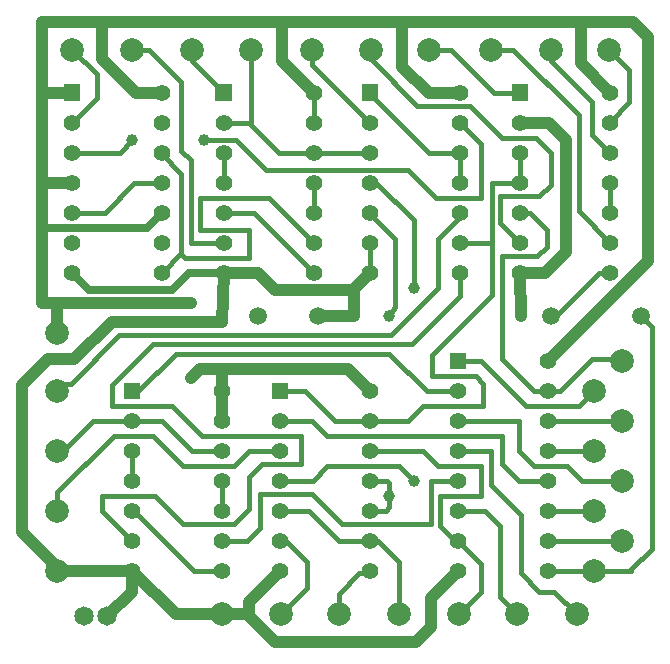
<source format=gbr>
%FSLAX34Y34*%
%MOMM*%
%LNCOPPER_BOTTOM*%
G71*
G01*
%ADD10C,1.400*%
%ADD11C,1.500*%
%ADD12C,2.000*%
%ADD13C,1.000*%
%ADD14C,1.000*%
%ADD15C,0.700*%
%ADD16C,0.400*%
%ADD17C,1.640*%
%LPD*%
G36*
X57234Y486629D02*
X57234Y472629D01*
X43234Y472629D01*
X43234Y486629D01*
X57234Y486629D01*
G37*
X50234Y454229D02*
G54D10*
D03*
X50234Y428829D02*
G54D10*
D03*
X50234Y403429D02*
G54D10*
D03*
X50234Y378029D02*
G54D10*
D03*
X50234Y352629D02*
G54D10*
D03*
X50234Y327229D02*
G54D10*
D03*
X126434Y327229D02*
G54D10*
D03*
X126434Y352629D02*
G54D10*
D03*
X126434Y378029D02*
G54D10*
D03*
X126434Y403429D02*
G54D10*
D03*
X126434Y428829D02*
G54D10*
D03*
X126434Y454229D02*
G54D10*
D03*
X126434Y479629D02*
G54D10*
D03*
G36*
X185822Y486629D02*
X185822Y472629D01*
X171822Y472629D01*
X171822Y486629D01*
X185822Y486629D01*
G37*
X178822Y454229D02*
G54D10*
D03*
X178822Y428829D02*
G54D10*
D03*
X178822Y403429D02*
G54D10*
D03*
X178822Y378029D02*
G54D10*
D03*
X178822Y352629D02*
G54D10*
D03*
X178822Y327229D02*
G54D10*
D03*
X255022Y327229D02*
G54D10*
D03*
X255022Y352629D02*
G54D10*
D03*
X255022Y378029D02*
G54D10*
D03*
X255022Y403429D02*
G54D10*
D03*
X255022Y428829D02*
G54D10*
D03*
X255022Y454229D02*
G54D10*
D03*
X255022Y479629D02*
G54D10*
D03*
G36*
X309647Y486629D02*
X309647Y472629D01*
X295647Y472629D01*
X295647Y486629D01*
X309647Y486629D01*
G37*
X302647Y454229D02*
G54D10*
D03*
X302647Y428829D02*
G54D10*
D03*
X302647Y403429D02*
G54D10*
D03*
X302647Y378029D02*
G54D10*
D03*
X302647Y352629D02*
G54D10*
D03*
X302647Y327229D02*
G54D10*
D03*
X378847Y327229D02*
G54D10*
D03*
X378847Y352629D02*
G54D10*
D03*
X378847Y378029D02*
G54D10*
D03*
X378847Y403429D02*
G54D10*
D03*
X378847Y428829D02*
G54D10*
D03*
X378847Y454229D02*
G54D10*
D03*
X378847Y479629D02*
G54D10*
D03*
G36*
X436647Y486629D02*
X436647Y472629D01*
X422647Y472629D01*
X422647Y486629D01*
X436647Y486629D01*
G37*
X429647Y454229D02*
G54D10*
D03*
X429647Y428829D02*
G54D10*
D03*
X429647Y403429D02*
G54D10*
D03*
X429647Y378029D02*
G54D10*
D03*
X429647Y352629D02*
G54D10*
D03*
X429647Y327229D02*
G54D10*
D03*
X505847Y327229D02*
G54D10*
D03*
X505847Y352629D02*
G54D10*
D03*
X505847Y378029D02*
G54D10*
D03*
X505847Y403429D02*
G54D10*
D03*
X505847Y428829D02*
G54D10*
D03*
X505847Y454229D02*
G54D10*
D03*
X505847Y479629D02*
G54D10*
D03*
G36*
X108034Y234217D02*
X108034Y220217D01*
X94034Y220217D01*
X94034Y234217D01*
X108034Y234217D01*
G37*
X101034Y201817D02*
G54D10*
D03*
X101034Y176417D02*
G54D10*
D03*
X101034Y151017D02*
G54D10*
D03*
X101034Y125617D02*
G54D10*
D03*
X101034Y100217D02*
G54D10*
D03*
X101034Y74817D02*
G54D10*
D03*
X177234Y74817D02*
G54D10*
D03*
X177234Y100217D02*
G54D10*
D03*
X177234Y125617D02*
G54D10*
D03*
X177234Y151017D02*
G54D10*
D03*
X177234Y176417D02*
G54D10*
D03*
X177234Y201817D02*
G54D10*
D03*
X177234Y227217D02*
G54D10*
D03*
G36*
X233447Y234217D02*
X233447Y220217D01*
X219447Y220217D01*
X219447Y234217D01*
X233447Y234217D01*
G37*
X226447Y201817D02*
G54D10*
D03*
X226447Y176417D02*
G54D10*
D03*
X226447Y151017D02*
G54D10*
D03*
X226447Y125617D02*
G54D10*
D03*
X226447Y100217D02*
G54D10*
D03*
X226447Y74817D02*
G54D10*
D03*
X302647Y74817D02*
G54D10*
D03*
X302647Y100217D02*
G54D10*
D03*
X302647Y125617D02*
G54D10*
D03*
X302647Y151017D02*
G54D10*
D03*
X302647Y176417D02*
G54D10*
D03*
X302647Y201817D02*
G54D10*
D03*
X302647Y227217D02*
G54D10*
D03*
G36*
X384259Y259617D02*
X384259Y245617D01*
X370259Y245617D01*
X370259Y259617D01*
X384259Y259617D01*
G37*
X377259Y227217D02*
G54D10*
D03*
X377259Y201817D02*
G54D10*
D03*
X377259Y176417D02*
G54D10*
D03*
X377259Y151017D02*
G54D10*
D03*
X377259Y125617D02*
G54D10*
D03*
X377259Y100217D02*
G54D10*
D03*
X377259Y74817D02*
G54D10*
D03*
X453459Y74817D02*
G54D10*
D03*
X453459Y100217D02*
G54D10*
D03*
X453459Y125617D02*
G54D10*
D03*
X453459Y151017D02*
G54D10*
D03*
X453459Y176417D02*
G54D10*
D03*
X453459Y201817D02*
G54D10*
D03*
X453459Y227217D02*
G54D10*
D03*
X453459Y252617D02*
G54D10*
D03*
X455612Y290513D02*
G54D11*
D03*
X531812Y290513D02*
G54D11*
D03*
X50800Y515938D02*
G54D12*
D03*
X101600Y515938D02*
G54D12*
D03*
X152400Y515938D02*
G54D12*
D03*
X201612Y515938D02*
G54D12*
D03*
X254000Y515938D02*
G54D12*
D03*
X303212Y515938D02*
G54D12*
D03*
X352425Y515938D02*
G54D12*
D03*
X404812Y515938D02*
G54D12*
D03*
X455612Y515938D02*
G54D12*
D03*
X504825Y515938D02*
G54D12*
D03*
X515938Y252412D02*
G54D12*
D03*
X492125Y227012D02*
G54D12*
D03*
X515938Y201612D02*
G54D12*
D03*
X492125Y176212D02*
G54D12*
D03*
X515938Y150812D02*
G54D12*
D03*
X492125Y125412D02*
G54D12*
D03*
X515938Y100012D02*
G54D12*
D03*
X492125Y74612D02*
G54D12*
D03*
X477838Y38100D02*
G54D12*
D03*
X427038Y38100D02*
G54D12*
D03*
X377825Y38100D02*
G54D12*
D03*
X327025Y38100D02*
G54D12*
D03*
X276225Y38100D02*
G54D12*
D03*
X227012Y38100D02*
G54D12*
D03*
X177800Y38100D02*
G54D12*
D03*
X38100Y74612D02*
G54D12*
D03*
X38100Y125412D02*
G54D12*
D03*
X38100Y176212D02*
G54D12*
D03*
X38100Y227012D02*
G54D12*
D03*
X38100Y276225D02*
G54D12*
D03*
X150813Y301625D02*
G54D13*
D03*
X150813Y238125D02*
G54D13*
D03*
X288925Y290513D02*
G54D13*
D03*
X430212Y290513D02*
G54D13*
D03*
X319088Y290512D02*
G54D13*
D03*
X319088Y138112D02*
G54D13*
D03*
X339725Y314325D02*
G54D13*
D03*
X339725Y150813D02*
G54D13*
D03*
X101600Y439738D02*
G54D13*
D03*
X161926Y439738D02*
G54D13*
D03*
G54D14*
X38100Y276225D02*
X38100Y301625D01*
X150813Y301625D01*
G54D14*
X38100Y301625D02*
X25400Y301625D01*
X25400Y539750D01*
X525462Y539750D01*
X538162Y527050D01*
X538162Y337321D01*
X453459Y252617D01*
G54D14*
X150813Y238126D02*
X158750Y246062D01*
X283801Y246062D01*
X302647Y227217D01*
G54D14*
X76200Y539750D02*
X76200Y508000D01*
X104775Y479425D01*
X126230Y479425D01*
X126434Y479629D01*
G54D14*
X228600Y539750D02*
X228600Y506051D01*
X255022Y479629D01*
G54D14*
X330200Y539750D02*
X330200Y501650D01*
X352425Y479425D01*
X378643Y479425D01*
X378847Y479629D01*
G54D14*
X481012Y539750D02*
X481012Y504464D01*
X505847Y479629D01*
G54D14*
X50234Y479629D02*
X25604Y479629D01*
X25400Y479425D01*
G54D14*
X50234Y403429D02*
X25604Y403429D01*
X25400Y403225D01*
G54D14*
X38100Y74612D02*
X100830Y74612D01*
X101034Y74817D01*
X101396Y74817D01*
X138112Y38100D01*
X177800Y38100D01*
G54D14*
X177800Y38100D02*
X200025Y38100D01*
X200025Y48395D01*
X226447Y74817D01*
G54D14*
X200025Y38100D02*
X200025Y36512D01*
X222250Y14288D01*
X341312Y14288D01*
X354012Y26988D01*
X354012Y51571D01*
X377259Y74817D01*
G54D14*
X177234Y227217D02*
X177234Y245497D01*
X177800Y246062D01*
G54D14*
X38100Y74612D02*
X38100Y77788D01*
X7938Y107950D01*
X7938Y231775D01*
X30162Y254000D01*
X52388Y254000D01*
X84138Y285750D01*
X177800Y285750D01*
X178822Y327229D01*
G54D15*
X50234Y327229D02*
X64522Y312942D01*
X135142Y312942D01*
X149225Y327025D01*
X178618Y327025D01*
X178822Y327229D01*
G54D14*
X178822Y327229D02*
X207758Y327229D01*
X222250Y312738D01*
X288155Y312738D01*
X302647Y327229D01*
G54D14*
X288925Y290513D02*
X288925Y311968D01*
X288155Y312738D01*
G54D14*
X429647Y327229D02*
X430212Y290513D01*
G54D14*
X429647Y327229D02*
X451054Y327229D01*
X468312Y344488D01*
X468312Y439738D01*
X454025Y454025D01*
X429851Y454025D01*
X429647Y454229D01*
G54D16*
X50800Y515938D02*
X71438Y495300D01*
X71438Y475432D01*
X50234Y454229D01*
G54D16*
X50234Y428829D02*
X90692Y428829D01*
X101600Y439738D01*
G54D16*
X50234Y378029D02*
X77992Y378029D01*
X103188Y403225D01*
X126230Y403225D01*
X126434Y403429D01*
G54D15*
X26988Y365125D02*
X113530Y365125D01*
X126434Y378029D01*
G54D16*
X126434Y428829D02*
X126434Y427603D01*
X142875Y411162D01*
X142875Y343670D01*
X126434Y327229D01*
G54D16*
X142875Y343670D02*
X142875Y342900D01*
X146050Y339725D01*
X200025Y339725D01*
X200025Y363538D01*
X158750Y363538D01*
X158750Y390525D01*
X217126Y390525D01*
X255022Y352629D01*
G54D16*
X178822Y378029D02*
X204222Y378029D01*
X255022Y327229D01*
G54D16*
X101600Y515938D02*
X115888Y515938D01*
X142875Y488950D01*
X142875Y430212D01*
X150812Y422275D01*
X150812Y352425D01*
X178618Y352425D01*
X178822Y352629D01*
G54D16*
X161926Y439738D02*
X188912Y439738D01*
X214312Y414338D01*
X334962Y414338D01*
X358775Y390525D01*
X396875Y390525D01*
X396875Y436201D01*
X378847Y454229D01*
G54D16*
X178822Y428829D02*
X178822Y403429D01*
G54D16*
X152400Y515938D02*
X152400Y506051D01*
X178822Y479629D01*
G54D16*
X178822Y454229D02*
X201408Y454229D01*
X201612Y454025D01*
X201612Y515938D01*
G54D16*
X201612Y454025D02*
X201612Y452438D01*
X225425Y428625D01*
X254818Y428625D01*
X255022Y428829D01*
X302647Y428829D01*
G54D16*
X255022Y479629D02*
X255022Y454229D01*
G54D16*
X254000Y515938D02*
X254000Y502876D01*
X302647Y454229D01*
G54D16*
X255022Y403429D02*
X255022Y378029D01*
G54D16*
X302647Y352629D02*
X302647Y327229D01*
G54D16*
X302647Y378029D02*
X302647Y376803D01*
X323850Y355600D01*
X323850Y298450D01*
X319088Y290512D01*
G54D16*
X302647Y403429D02*
X307771Y403429D01*
X339725Y371475D01*
X339725Y314325D01*
G54D16*
X302647Y479629D02*
X302647Y478403D01*
X352425Y428625D01*
X378643Y428625D01*
X378847Y428829D01*
G54D16*
X378847Y428829D02*
X378847Y403429D01*
G54D16*
X352425Y515938D02*
X371475Y515938D01*
X407988Y479425D01*
X429443Y479425D01*
X429647Y479629D01*
G54D16*
X303212Y515938D02*
X303212Y508000D01*
X342900Y468312D01*
X387350Y468312D01*
X414338Y441325D01*
X442912Y441325D01*
X455612Y428625D01*
X455612Y401638D01*
X446088Y392112D01*
X412750Y392112D01*
X412750Y369526D01*
X429647Y352629D01*
G54D16*
X429647Y428829D02*
X429647Y403429D01*
X406604Y403429D01*
X406400Y403225D01*
X406400Y307975D01*
X355600Y257175D01*
X355600Y239712D01*
X392112Y239712D01*
X398462Y233362D01*
X398462Y214312D01*
X347662Y214312D01*
X334962Y201612D01*
X302851Y201612D01*
X302647Y201817D01*
X272846Y201817D01*
X247650Y227012D01*
X226651Y227012D01*
X226447Y227217D01*
G54D16*
X378847Y352629D02*
X406196Y352629D01*
X406400Y352425D01*
G54D16*
X505847Y403429D02*
X505847Y378029D01*
G54D16*
X404812Y515938D02*
X423862Y515938D01*
X479425Y460375D01*
X479425Y379051D01*
X505847Y352629D01*
G54D16*
X455612Y515938D02*
X455612Y506412D01*
X490538Y471488D01*
X490538Y444139D01*
X505847Y428829D01*
G54D16*
X505847Y454229D02*
X505847Y455047D01*
X522288Y471488D01*
X522288Y498475D01*
X504825Y515938D01*
G54D16*
X455612Y290513D02*
X460376Y290513D01*
X496888Y327025D01*
X505642Y327025D01*
X505847Y327229D01*
G54D16*
X378847Y378029D02*
X378847Y374084D01*
X360362Y355600D01*
X360362Y314325D01*
X320675Y274638D01*
X90488Y274638D01*
X49212Y233362D01*
X44450Y233362D01*
X38100Y227012D01*
G54D16*
X378847Y327229D02*
X378847Y307409D01*
X338138Y266700D01*
X119062Y266700D01*
X84138Y231775D01*
X84138Y214312D01*
X134938Y214312D01*
X160338Y188912D01*
X244475Y188912D01*
X244475Y165100D01*
X211138Y165100D01*
X200025Y153988D01*
X200025Y127000D01*
X187325Y114300D01*
X144462Y114300D01*
X120650Y138112D01*
X76200Y138112D01*
X76200Y125051D01*
X101034Y100217D01*
G54D16*
X429647Y378029D02*
X437946Y378029D01*
X452438Y363538D01*
X452438Y349250D01*
X444500Y341312D01*
X414338Y341312D01*
X414338Y254000D01*
X441325Y227012D01*
X453254Y227012D01*
X453459Y227217D01*
X463755Y227217D01*
X490538Y254000D01*
X514350Y254000D01*
X515938Y252412D01*
G54D16*
X101034Y227217D02*
X106567Y227217D01*
X138112Y258762D01*
X319088Y258762D01*
X350838Y227012D01*
X377054Y227012D01*
X377259Y227217D01*
G54D16*
X377259Y252617D02*
X396670Y252617D01*
X434975Y214312D01*
X479425Y214312D01*
X492125Y227012D01*
G54D16*
X38100Y176212D02*
X42862Y176212D01*
X68262Y201612D01*
X100830Y201612D01*
X101034Y201817D01*
X126796Y201817D01*
X152400Y176212D01*
X177030Y176212D01*
X177234Y176417D01*
G54D16*
X38100Y125412D02*
X38100Y141288D01*
X85725Y188912D01*
X119062Y188912D01*
X144462Y163512D01*
X187325Y163512D01*
X200025Y176212D01*
X226447Y176417D01*
G54D14*
X177234Y227217D02*
X177234Y201817D01*
G54D16*
X177234Y151017D02*
X177234Y125617D01*
G54D16*
X101034Y125617D02*
X102983Y125617D01*
X153988Y74612D01*
X177030Y74612D01*
X177234Y74817D01*
G54D16*
X101034Y176417D02*
X101034Y151017D01*
G54D16*
X177234Y100217D02*
X198642Y100217D01*
X209550Y111125D01*
X209550Y139700D01*
X254000Y139700D01*
X279400Y114300D01*
X354012Y114300D01*
X354012Y150812D01*
X377259Y151017D01*
G54D16*
X226447Y151017D02*
X254204Y151017D01*
X266700Y163512D01*
X327026Y163512D01*
X339725Y150813D01*
G54D16*
X226447Y201817D02*
X253796Y201817D01*
X266700Y188912D01*
X414338Y188912D01*
X414338Y165100D01*
X428625Y150812D01*
X453254Y150812D01*
X453459Y151017D01*
G54D16*
X226447Y100217D02*
X231571Y100217D01*
X249238Y82550D01*
X249238Y60325D01*
X227012Y38100D01*
G54D16*
X226447Y125617D02*
X250621Y125617D01*
X276225Y100012D01*
X302443Y100012D01*
X302647Y100217D01*
G54D16*
X276225Y38100D02*
X276225Y55562D01*
X293688Y73025D01*
X300855Y73025D01*
X302647Y74817D01*
G54D16*
X302647Y100217D02*
X309358Y100217D01*
X327025Y82550D01*
X327025Y38100D01*
G54D16*
X377825Y38100D02*
X396875Y57150D01*
X396875Y80601D01*
X377259Y100217D01*
G54D16*
X377259Y100217D02*
X374445Y100217D01*
X361950Y112712D01*
X361950Y138112D01*
X396875Y138112D01*
X396875Y163512D01*
X360362Y163512D01*
X347662Y176212D01*
X302851Y176212D01*
X302647Y176417D01*
G54D16*
X377259Y125617D02*
X399845Y125617D01*
X412750Y112712D01*
X412750Y52388D01*
X427038Y38100D01*
G54D16*
X377259Y176417D02*
X404608Y176417D01*
X404812Y176212D01*
X404812Y147638D01*
X430212Y122238D01*
X430212Y73025D01*
X446088Y57150D01*
X458788Y57150D01*
X477838Y38100D01*
G54D16*
X453459Y201817D02*
X515733Y201817D01*
X515938Y201612D01*
G54D16*
X453459Y176417D02*
X491920Y176417D01*
X492125Y176212D01*
G54D16*
X453459Y125617D02*
X491920Y125617D01*
X492125Y125412D01*
G54D16*
X453459Y100217D02*
X515733Y100217D01*
X515938Y100012D01*
G54D16*
X453459Y74817D02*
X491920Y74817D01*
X492125Y74612D01*
X523875Y74612D01*
X523875Y76200D01*
X541338Y93662D01*
X541338Y280988D01*
X531812Y290513D01*
G54D16*
X377259Y201817D02*
X428420Y201817D01*
X428625Y201612D01*
X428625Y176212D01*
X441325Y163512D01*
X469900Y163512D01*
X482600Y150812D01*
X515938Y150812D01*
X80425Y36512D02*
G54D17*
D03*
X60325Y36512D02*
G54D17*
D03*
X207962Y290512D02*
G54D11*
D03*
X258762Y290512D02*
G54D11*
D03*
G54D14*
X101034Y74817D02*
X101034Y57122D01*
X80425Y36512D01*
G54D14*
X258762Y290512D02*
X288925Y290513D01*
X207962Y246062D02*
G54D13*
D03*
G54D16*
X302647Y151017D02*
X317296Y151017D01*
X319088Y149225D01*
X319088Y138112D01*
G54D16*
X302647Y125617D02*
X316117Y125617D01*
X319088Y128588D01*
X319088Y138112D01*
M02*

</source>
